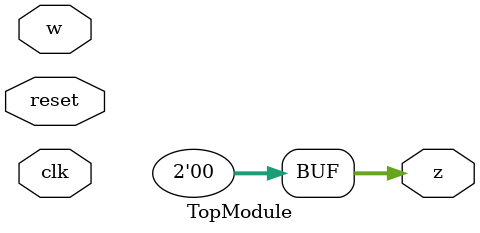
<source format=sv>

module TopModule (
  input clk,
  input reset,
  input w,
  output reg [1:0] z
);

always @(*) begin
  // State table
  case(z)
    2'd0: z = 2'd0; // A
    2'd1: z = 2'd1; // B
    2'd2: z = 2'd2; // C
    2'd3: z = 2'd3; // D
    2'd4: z = 2'd4; // E
    2'd5: z = 2'd5; // F
    default: z = 2'd0;
  endcase
end

always @(posedge clk) begin
  if(reset) begin
    z <= 2'd0;
  end else begin
    // State flip-flops
    case(z)
      2'd0: z <= 2'd1; // A -> B
      2'd1: z <= 2'd0; // B -> A
      2'd2: z <= 2'd3; // C -> D
      2'd3: z <= 2'd4; // D -> E
      2'd4: z <= 2'd5; // E -> F
      2'd5: z <= 2'd0; // F -> A
    endcase
  end
end

always @(posedge w) begin
  if(z == 2'd1) begin
    z <= 2'd4;
  end else if (z == 2'd3) begin
    z <= 2'd5;
  end
end

endmodule

// VERILOG-EVAL: errant inclusion of module definition

</source>
